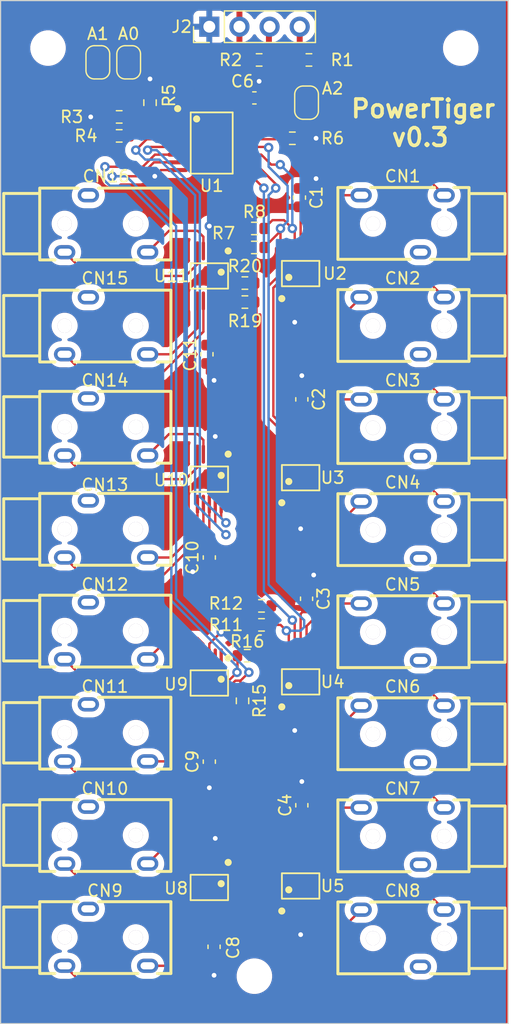
<source format=kicad_pcb>
(kicad_pcb (version 20240108) (generator "pcbnew") (generator_version "8.0")
  (title_block (title "PowerTiger") (rev "0.3"))
  (layers (0 "F.Cu" signal) (31 "B.Cu" signal) (34 "B.Paste" user) (35 "F.Paste" user) (36 "B.SilkS" user "B.Silkscreen") (37 "F.SilkS" user "F.Silkscreen") (38 "B.Mask" user) (39 "F.Mask" user) (44 "Edge.Cuts" user))
  (net 0 "")
  (net 1 "GND")
  (net 2 "+3.3V")
  (net 3 "Trans01a")
  (net 4 "Trans01b")
  (net 5 "Trans03b")
  (net 6 "SDA1")
  (net 7 "Trans03a")
  (net 8 "SCL1")
  (net 9 "Trans02a")
  (net 10 "Trans02b")
  (net 11 "Trans04b")
  (net 12 "Trans04a")
  (net 13 "Trans05b")
  (net 14 "Trans05a")
  (net 15 "Trans06a")
  (net 16 "Trans06b")
  (net 17 "Trans07b")
  (net 18 "Trans07a")
  (net 19 "Trans08b")
  (net 20 "Trans08a")
  (net 21 "SCL0")
  (net 23 "SDA0")
  (net 43 "Trans09a")
  (net 44 "Trans09b")
  (net 45 "Trans10a")
  (net 46 "Trans10b")
  (net 47 "Trans11b")
  (net 48 "Trans11a")
  (net 49 "Trans12b")
  (net 50 "Trans12a")
  (net 51 "Trans13a")
  (net 52 "Trans13b")
  (net 53 "Trans14a")
  (net 54 "Trans14b")
  (net 55 "Trans15a")
  (net 56 "Trans15b")
  (net 57 "Trans16b")
  (net 58 "Trans16a")
  (net 59 "SDA2")
  (net 60 "SCL2")
  (net 61 "SDA3")
  (net 62 "SCL3")
  (net 63 "Net-(A0-A)")
  (net 64 "Net-(A1-A)")
  (net 69 "main_SCL")
  (net 70 "main_SDA")
  (net 71 "Net-(A2-A)")
  (net 72 "Net-(U1-~{RESET})")
  (footprint "easyeda2kicad:AUDIO-TH_PJ-3200" (layer "F.Cu") (at 86.1 43)
    (property "Reference" "CN16")
    (property "Value" "SCT-013" (hide yes))
  )
  (footprint "Capacitor_SMD:C_0603_1608Metric" (layer "F.Cu") (at 98.6 32.4)
    (property "Reference" "C6")
    (property "Value" "10uF" (hide yes))
  )
  (footprint "Resistor_SMD:R_0603_1608Metric" (layer "F.Cu") (at 99.2 76.8 180)
    (property "Reference" "R11")
    (property "Value" "10K" (hide yes))
  )
  (footprint "Capacitor_SMD:C_0603_1608Metric" (layer "F.Cu") (at 94.8 71.125 90)
    (property "Reference" "C10")
    (property "Value" "1uF")
  )
  (footprint "Capacitor_SMD:C_0603_1608Metric" (layer "F.Cu") (at 94.6 54 90)
    (property "Reference" "C11")
    (property "Value" "1uF")
  )
  (footprint "easyeda2kicad:MSOP-10_L3.0-W3.0-P0.50-LS5.0-BL" (layer "F.Cu") (at 102.5 47.2)
    (property "Reference" "U2")
    (property "Value" "ADS1115IDGSR" (hide yes))
  )
  (footprint "MountingHole:MountingHole_2.5mm" (layer "F.Cu") (at 116 28.2)
    (property "Reference" "H2" (hide yes))
    (property "Value" "MountingHole" (hide yes))
  )
  (footprint "Resistor_SMD:R_0603_1608Metric" (layer "F.Cu") (at 98 79.4)
    (property "Reference" "R16")
    (property "Value" "10K" (hide yes))
  )
  (footprint "Resistor_SMD:R_0603_1608Metric" (layer "F.Cu") (at 99 29.2 180)
    (property "Reference" "R2")
    (property "Value" "10K")
  )
  (footprint "easyeda2kicad:MSOP-10_L3.0-W3.0-P0.50-LS5.0-BL" (layer "F.Cu") (at 94.8 47.4 180)
    (property "Reference" "U11")
    (property "Value" "ADS1115IDGSR" (hide yes))
  )
  (footprint "Resistor_SMD:R_0603_1608Metric" (layer "F.Cu") (at 98.6 45 180)
    (property "Reference" "R7")
    (property "Value" "10K" (hide yes))
  )
  (footprint "easyeda2kicad:AUDIO-TH_PJ-3200" (layer "F.Cu") (at 86.1 85.9)
    (property "Reference" "CN11")
    (property "Value" "SCT-013" (hide yes))
  )
  (footprint "Resistor_SMD:R_0603_1608Metric" (layer "F.Cu") (at 87.2 34)
    (property "Reference" "R3")
    (property "Value" "10K")
  )
  (footprint "easyeda2kicad:AUDIO-TH_PJ-3200" (layer "F.Cu") (at 111.1 77.4 180)
    (property "Reference" "CN5")
    (property "Value" "SCT-013" (hide yes))
  )
  (footprint "easyeda2kicad:AUDIO-TH_PJ-3200" (layer "F.Cu") (at 111.1 43 180)
    (property "Reference" "CN1")
    (property "Value" "SCT-013" (hide yes))
  )
  (footprint "Resistor_SMD:R_0603_1608Metric" (layer "F.Cu") (at 97.6 83.2 -90)
    (property "Reference" "R15")
    (property "Value" "10K" (hide yes))
  )
  (footprint "Jumper:SolderJumper-2_P1.3mm_Open_RoundedPad1.0x1.5mm" (layer "F.Cu") (at 85.4 29.4 90)
    (property "Reference" "A1")
    (property "Value" "SolderJumper_2_Open" (hide yes))
  )
  (footprint "MountingHole:MountingHole_2.5mm" (layer "F.Cu") (at 81.2 28.2 90)
    (property "Reference" "H1" (hide yes))
    (property "Value" "MountingHole" (hide yes))
  )
  (footprint "easyeda2kicad:AUDIO-TH_PJ-3200" (layer "F.Cu") (at 86.1 60.125)
    (property "Reference" "CN14")
    (property "Value" "SCT-013" (hide yes))
  )
  (footprint "easyeda2kicad:AUDIO-TH_PJ-3200" (layer "F.Cu") (at 86.1 77.3)
    (property "Reference" "CN12")
    (property "Value" "SCT-013" (hide yes))
  )
  (footprint "MountingHole:MountingHole_2.5mm" (layer "F.Cu") (at 98.6 106.4)
    (property "Reference" "H3" (hide yes))
    (property "Value" "MountingHole" (hide yes))
  )
  (footprint "easyeda2kicad:AUDIO-TH_PJ-3200" (layer "F.Cu") (at 111.1 60.2 180)
    (property "Reference" "CN3")
    (property "Value" "SCT-013" (hide yes))
  )
  (footprint "easyeda2kicad:MSOP-10_L3.0-W3.0-P0.50-LS5.0-BL" (layer "F.Cu") (at 94.8 98.925 180)
    (property "Reference" "U8")
    (property "Value" "ADS1115IDGSR" (hide yes))
  )
  (footprint "easyeda2kicad:MSOP-10_L3.0-W3.0-P0.50-LS5.0-BL" (layer "F.Cu") (at 102.5 81.6)
    (property "Reference" "U4")
    (property "Value" "ADS1115IDGSR" (hide yes))
  )
  (footprint "easyeda2kicad:AUDIO-TH_PJ-3200" (layer "F.Cu") (at 86.1 103.125)
    (property "Reference" "CN9")
    (property "Value" "SCT-013" (hide yes))
  )
  (footprint "Capacitor_SMD:C_0603_1608Metric" (layer "F.Cu") (at 102.4 40.8 -90)
    (property "Reference" "C1")
    (property "Value" "1uF" (hide yes))
  )
  (footprint "easyeda2kicad:MSOP-10_L3.0-W3.0-P0.50-LS5.0-BL" (layer "F.Cu") (at 102.5 64.4)
    (property "Reference" "U3")
    (property "Value" "ADS1115IDGSR")
  )
  (footprint "Resistor_SMD:R_0603_1608Metric" (layer "F.Cu") (at 103.2 29.2)
    (property "Reference" "R1")
    (property "Value" "10K" (hide yes))
  )
  (footprint "easyeda2kicad:AUDIO-TH_PJ-3200" (layer "F.Cu") (at 111.1 103.2 180)
    (property "Reference" "CN8")
    (property "Value" "SCT-013" (hide yes))
  )
  (footprint "easyeda2kicad:MSOP-10_L3.0-W3.0-P0.50-LS5.0-BL" (layer "F.Cu") (at 94.8 81.7 180)
    (property "Reference" "U9")
    (property "Value" "ADS1115IDGSR" (hide yes))
  )
  (footprint "Capacitor_SMD:C_0603_1608Metric" (layer "F.Cu") (at 95.2 103.925 90)
    (property "Reference" "C8")
    (property "Value" "1uF" (hide yes))
  )
  (footprint "Capacitor_SMD:C_0603_1608Metric" (layer "F.Cu") (at 94.8 88.325 90)
    (property "Reference" "C9")
    (property "Value" "1uF")
  )
  (footprint "Jumper:SolderJumper-2_P1.3mm_Open_RoundedPad1.0x1.5mm" (layer "F.Cu") (at 103 32.8 90)
    (property "Reference" "A2")
    (property "Value" "SolderJumper_2_Open" (hide yes))
  )
  (footprint "Resistor_SMD:R_0603_1608Metric" (layer "F.Cu") (at 99.2 75.2 180)
    (property "Reference" "R12")
    (property "Value" "10K" (hide yes))
  )
  (footprint "easyeda2kicad:MSOP-10_L3.0-W3.0-P0.50-LS5.0-BL" (layer "F.Cu") (at 102.5 98.8)
    (property "Reference" "U5")
    (property "Value" "ADS1115IDGSR" (hide yes))
  )
  (footprint "Connector_PinHeader_2.54mm:PinHeader_1x04_P2.54mm_Vertical" (layer "F.Cu") (at 94.8 26.4 90)
    (property "Reference" "J2")
    (property "Value" "Conn_01x04_Pin" (hide yes))
  )
  (footprint "easyeda2kicad:AUDIO-TH_PJ-3200" (layer "F.Cu") (at 86.1 68.725)
    (property "Reference" "CN13")
    (property "Value" "SCT-013" (hide yes))
  )
  (footprint "easyeda2kicad:TSSOP-16_L5.0-W4.4-P0.65-LS6.4-BL" (layer "F.Cu") (at 95 36.2 -90)
    (property "Reference" "U1")
    (property "Value" "PCA9546APWR" (hide yes))
  )
  (footprint "Capacitor_SMD:C_0603_1608Metric" (layer "F.Cu") (at 102.6 57.8 -90)
    (property "Reference" "C2")
    (property "Value" "1uF" (hide yes))
  )
  (footprint "Resistor_SMD:R_0603_1608Metric" (layer "F.Cu") (at 101.8 35.8)
    (property "Reference" "R6")
    (property "Value" "10K")
  )
  (footprint "easyeda2kicad:AUDIO-TH_PJ-3200" (layer "F.Cu") (at 111.1 86 180)
    (property "Reference" "CN6")
    (property "Value" "SCT-013" (hide yes))
  )
  (footprint "Resistor_SMD:R_0603_1608Metric" (layer "F.Cu") (at 87.2 35.6 180)
    (property "Reference" "R4")
    (property "Value" "10K")
  )
  (footprint "Resistor_SMD:R_0603_1608Metric" (layer "F.Cu") (at 97.8 49.6)
    (property "Reference" "R19")
    (property "Value" "10K" (hide yes))
  )
  (footprint "Resistor_SMD:R_0603_1608Metric" (layer "F.Cu") (at 98.6 43.4 180)
    (property "Reference" "R8")
    (property "Value" "10K" (hide yes))
  )
  (footprint "Capacitor_SMD:C_0603_1608Metric" (layer "F.Cu") (at 102.6 92 -90)
    (property "Reference" "C4")
    (property "Value" "1uF" (hide yes))
  )
  (footprint "easyeda2kicad:AUDIO-TH_PJ-3200" (layer "F.Cu") (at 86.1 94.525)
    (property "Reference" "CN10")
    (property "Value" "SCT-013" (hide yes))
  )
  (footprint "easyeda2kicad:AUDIO-TH_PJ-3200" (layer "F.Cu") (at 86.1 51.6)
    (property "Reference" "CN15")
    (property "Value" "SCT-013" (hide yes))
  )
  (footprint "Capacitor_SMD:C_0603_1608Metric" (layer "F.Cu") (at 103 74.6 -90)
    (property "Reference" "C3")
    (property "Value" "1uF" (hide yes))
  )
  (footprint "Resistor_SMD:R_0603_1608Metric" (layer "F.Cu") (at 97.8 48)
    (property "Reference" "R20")
    (property "Value" "10K" (hide yes))
  )
  (footprint "easyeda2kicad:MSOP-10_L3.0-W3.0-P0.50-LS5.0-BL" (layer "F.Cu") (at 94.8 64.525 180)
    (property "Reference" "U10")
    (property "Value" "ADS1115IDGSR" (hide yes))
  )
  (footprint "easyeda2kicad:AUDIO-TH_PJ-3200" (layer "F.Cu") (at 111.1 51.6 180)
    (property "Reference" "CN2")
    (property "Value" "SCT-013" (hide yes))
  )
  (footprint "Jumper:SolderJumper-2_P1.3mm_Open_RoundedPad1.0x1.5mm" (layer "F.Cu") (at 88 29.4 90)
    (property "Reference" "A0")
    (property "Value" "SolderJumper_2_Open" (hide yes))
  )
  (footprint "easyeda2kicad:AUDIO-TH_PJ-3200" (layer "F.Cu") (at 111.1 94.6 180)
    (property "Reference" "CN7")
    (property "Value" "SCT-013" (hide yes))
  )
  (footprint "easyeda2kicad:AUDIO-TH_PJ-3200" (layer "F.Cu") (at 111.1 68.8 180)
    (property "Reference" "CN4")
    (property "Value" "SCT-013" (hide yes))
  )
  (footprint "Resistor_SMD:R_0603_1608Metric" (layer "F.Cu") (at 89.8 32.8 90)
    (property "Reference" "R5")
    (property "Value" "10K" (hide yes))
  )
  (gr_rect (start 77.2 24.2) (end 120 110.4) (stroke (width 0.1)) (fill none) (layer "Edge.Cuts"))
  (gr_text "PowerTiger \n   v0.3" (at 106.6 36.6 0) (layer "F.SilkS") (effects (font (size 1.5 1.5) (thickness 0.3) (bold yes)) (justify left bottom)))
  (segment (start 95.2 104.7) (end 95.2 106.325) (width 0.2) (layer "F.Cu") (net 1))
  (segment (start 101.5 50.8) (end 101.5 49.31) (width 0.2) (layer "F.Cu") (net 1))
  (segment (start 95.3 60.925) (end 95.8 61.425) (width 0.2) (layer "F.Cu") (net 1))
  (segment (start 102 85.7) (end 102.5 85.2) (width 0.2) (layer "F.Cu") (net 1))
  (segment (start 95.3 60.925) (end 94.8 61.425) (width 0.2) (layer "F.Cu") (net 1))
  (segment (start 93.4 72.325) (end 93.825 71.9) (width 0.2) (layer "F.Cu") (net 1))
  (segment (start 95.8 61.425) (end 95.8 62.415) (width 0.2) (layer "F.Cu") (net 1))
  (segment (start 86.375 34) (end 84.8 34) (width 0.5) (layer "F.Cu") (net 1))
  (segment (start 102.5 50.8) (end 102.5 49.31) (width 0.2) (layer "F.Cu") (net 1))
  (segment (start 103 73.6) (end 103 73.825) (width 0.2) (layer "F.Cu") (net 1))
  (segment (start 103.6 73) (end 103 73.6) (width 0.2) (layer "F.Cu") (net 1))
  (segment (start 102.5 85.2) (end 102.5 83.71) (width 0.2) (layer "F.Cu") (net 1))
  (segment (start 102.6 90) (end 102.6 91.225) (width 0.2) (layer "F.Cu") (net 1))
  (segment (start 94.8 78.4) (end 94.8 79.59) (width 0.2) (layer "F.Cu") (net 1))
  (segment (start 102.625 35.8) (end 103.8 35.8) (width 0.2) (layer "F.Cu") (net 1))
  (segment (start 94.6 55.6) (end 95.2 56.2) (width 0.2) (layer "F.Cu") (net 1))
  (segment (start 102.5 68.7) (end 102.5 66.51) (width 0.2) (layer "F.Cu") (net 1))
  (segment (start 101.5 85.2) (end 101.5 83.71) (width 0.2) (layer "F.Cu") (net 1))
  (segment (start 102 85.7) (end 101.5 85.2) (width 0.2) (layer "F.Cu") (net 1))
  (segment (start 94.8 95.29) (end 94.8 96.815) (width 0.2) (layer "F.Cu") (net 1))
  (segment (start 94.6 54.775) (end 94.6 55.6) (width 0.2) (layer "F.Cu") (net 1))
  (segment (start 95.8 77.4) (end 94.8 78.4) (width 0.2) (layer "F.Cu") (net 1))
  (segment (start 103.8 39.2) (end 103.225 39.2) (width 0.2) (layer "F.Cu") (net 1))
  (segment (start 103.6 72.6) (end 103.6 73) (width 0.2) (layer "F.Cu") (net 1))
  (segment (start 94.8 61.425) (end 94.8 62.415) (width 0.2) (layer "F.Cu") (net 1))
  (segment (start 90.72 38.48) (end 90.2 39) (width 0.2) (layer "F.Cu") (net 1))
  (segment (start 95.3 94.79) (end 94.8 95.29) (width 0.2) (layer "F.Cu") (net 1))
  (segment (start 95.8 95.29) (end 95.8 96.815) (width 0.2) (layer "F.Cu") (net 1))
  (segment (start 103.225 39.2) (end 102.4 40.025) (width 0.2) (layer "F.Cu") (net 1))
  (segment (start 102.5 102.9) (end 102.5 100.91) (width 0.2) (layer "F.Cu") (net 1))
  (segment (start 102.6 55.8) (end 102.6 57.025) (width 0.2) (layer "F.Cu") (net 1))
  (segment (start 89.8 30.8) (end 89.8 31.975) (width 0.5) (layer "F.Cu") (net 1))
  (segment (start 95.3 94.79) (end 95.8 95.29) (width 0.2) (layer "F.Cu") (net 1))
  (segment (start 102 51.3) (end 101.5 50.8) (width 0.2) (layer "F.Cu") (net 1))
  (segment (start 93.825 71.9) (end 94.8 71.9) (width 0.2) (layer "F.Cu") (net 1))
  (segment (start 94.8 90.525) (end 94.8 89.1) (width 0.2) (layer "F.Cu") (net 1))
  (segment (start 99.375 31.375) (end 99 31) (width 0.2) (layer "F.Cu") (net 1))
  (segment (start 92.13 38.48) (end 90.72 38.48) (width 0.2) (layer "F.Cu") (net 1))
  (segment (start 102 51.3) (end 102.5 50.8) (width 0.2) (layer "F.Cu") (net 1))
  (segment (start 99.375 32.4) (end 99.375 31.375) (width 0.2) (layer "F.Cu") (net 1))
  (segment (start 94.8 43.2) (end 94.8 45.29) (width 0.2) (layer "F.Cu") (net 1))
  (via (at 95.2 56.2) (size 0.8) (drill 0.4) (layers "F.Cu" "B.Cu") (net 1))
  (via (at 94.8 90.525) (size 0.8) (drill 0.4) (layers "F.Cu" "B.Cu") (net 1))
  (via (at 103.8 35.8) (size 0.8) (drill 0.4) (layers "F.Cu" "B.Cu") (net 1))
  (via (at 103.6 72.6) (size 0.8) (drill 0.4) (layers "F.Cu" "B.Cu") (net 1))
  (via (at 95.3 60.925) (size 0.8) (drill 0.4) (layers "F.Cu" "B.Cu") (net 1))
  (via (at 93.4 72.325) (size 0.8) (drill 0.4) (layers "F.Cu" "B.Cu") (net 1))
  (via (at 95.2 106.325) (size 0.8) (drill 0.4) (layers "F.Cu" "B.Cu") (net 1))
  (via (at 99 31) (size 0.8) (drill 0.4) (layers "F.Cu" "B.Cu") (net 1))
  (via (at 102.6 55.8) (size 0.8) (drill 0.4) (layers "F.Cu" "B.Cu") (net 1))
  (via (at 84.8 34) (size 0.8) (drill 0.4) (layers "F.Cu" "B.Cu") (net 1))
  (via (at 95.3 94.79) (size 0.8) (drill 0.4) (layers "F.Cu" "B.Cu") (net 1))
  (via (at 94.8 43.2) (size 0.8) (drill 0.4) (layers "F.Cu" "B.Cu") (net 1))
  (via (at 95.8 77.4) (size 0.8) (drill 0.4) (layers "F.Cu" "B.Cu") (net 1))
  (via (at 102.6 90) (size 0.8) (drill 0.4) (layers "F.Cu" "B.Cu") (net 1))
  (via (at 103.8 39.2) (size 0.8) (drill 0.4) (layers "F.Cu" "B.Cu") (net 1))
  (via (at 102.5 102.9) (size 0.8) (drill 0.4) (layers "F.Cu" "B.Cu") (net 1))
  (via (at 102.5 68.7) (size 0.8) (drill 0.4) (layers "F.Cu" "B.Cu") (net 1))
  (via (at 90.2 39) (size 0.8) (drill 0.4) (layers "F.Cu" "B.Cu") (net 1))
  (via (at 102 51.3) (size 0.8) (drill 0.4) (layers "F.Cu" "B.Cu") (net 1))
  (via (at 102 85.7) (size 0.8) (drill 0.4) (layers "F.Cu" "B.Cu") (net 1))
  (via (at 89.8 30.8) (size 0.8) (drill 0.4) (layers "F.Cu" "B.Cu") (net 1))
  (segment (start 101.5 99.3) (end 102.5 98.3) (width 0.2) (layer "F.Cu") (net 2))
  (segment (start 102.5 98.3) (end 102.5 96.69) (width 0.2) (layer "F.Cu") (net 2))
  (segment (start 95.8 45.29) (end 95.8 46.8) (width 0.2) (layer "F.Cu") (net 2))
  (segment (start 102.5 79.49) (end 102.5 75.875) (width 0.2) (layer "F.Cu") (net 2))
  (segment (start 95.8 81.125) (end 94.8 82.125) (width 0.2) (layer "F.Cu") (net 2))
  (segment (start 94.8 49.51) (end 94.8 53.025) (width 0.2) (layer "F.Cu") (net 2))
  (segment (start 94.8 66.635) (end 94.8 70.35) (width 0.2) (layer "F.Cu") (net 2))
  (segment (start 102.5 58.675) (end 102.6 58.575) (width 0.2) (layer "F.Cu") (net 2))
  (segment (start 94.8 102.75) (end 95.2 103.15) (width 0.2) (layer "F.Cu") (net 2))
  (segment (start 94.8 101.035) (end 94.8 102.75) (width 0.2) (layer "F.Cu") (net 2))
  (segment (start 101.5 64.9) (end 102.5 63.9) (width 0.2) (layer "F.Cu") (net 2))
  (segment (start 102.5 96.69) (end 102.5 92.875) (width 0.2) (layer "F.Cu") (net 2))
  (segment (start 102.5 45.09) (end 102.5 41.675) (width 0.2) (layer "F.Cu") (net 2))
  (segment (start 101.5 100.91) (end 101.5 99.3) (width 0.2) (layer "F.Cu") (net 2))
  (segment (start 102.5 63.9) (end 102.5 62.29) (width 0.2) (layer "F.Cu") (net 2))
  (segment (start 101.5 66.51) (end 101.5 64.9) (width 0.2) (layer "F.Cu") (net 2))
  (segment (start 94.8 47.8) (end 94.8 49.51) (width 0.2) (layer "F.Cu") (net 2))
  (segment (start 102.5 41.675) (end 102.4 41.575) (width 0.2) (layer "F.Cu") (net 2))
  (segment (start 95.8 46.8) (end 94.8 47.8) (width 0.2) (layer "F.Cu") (net 2))
  (segment (start 102.5 92.875) (end 102.6 92.775) (width 0.2) (layer "F.Cu") (net 2))
  (segment (start 94.8 83.81) (end 94.8 87.55) (width 0.2) (layer "F.Cu") (net 2))
  (segment (start 94.8 53.025) (end 94.6 53.225) (width 0.2) (layer "F.Cu") (net 2))
  (segment (start 94.8 82.125) (end 94.8 83.81) (width 0.2) (layer "F.Cu") (net 2))
  (segment (start 102.5 62.29) (end 102.5 58.675) (width 0.2) (layer "F.Cu") (net 2))
  (segment (start 102.5 75.875) (end 103 75.375) (width 0.2) (layer "F.Cu") (net 2))
  (segment (start 95.8 79.59) (end 95.8 81.125) (width 0.2) (layer "F.Cu") (net 2))
  (segment (start 103 49.31) (end 103 50.6) (width 0.2) (layer "F.Cu") (net 3))
  (segment (start 103.4 51) (end 105.8 51) (width 0.2) (layer "F.Cu") (net 3))
  (segment (start 103 50.6) (end 103.4 51) (width 0.2) (layer "F.Cu") (net 3))
  (segment (start 105.8 51) (end 107.6 49.2) (width 0.2) (layer "F.Cu") (net 3))
  (segment (start 112.6 47.2) (end 114.6 49.2) (width 0.2) (layer "F.Cu") (net 4))
  (segment (start 103.5 49.31) (end 103.5 48.3) (width 0.2) (layer "F.Cu") (net 4))
  (segment (start 103.5 48.3) (end 104.6 47.2) (width 0.2) (layer "F.Cu") (net 4))
  (segment (start 104.6 47.2) (end 112.6 47.2) (width 0.2) (layer "F.Cu") (net 4))
  (segment (start 103.5 65.5) (end 104.6 64.4) (width 0.2) (layer "F.Cu") (net 5))
  (segment (start 112.6 64.4) (end 114.6 66.4) (width 0.2) (layer "F.Cu") (net 5))
  (segment (start 103.5 66.51) (end 103.5 65.5) (width 0.2) (layer "F.Cu") (net 5))
  (segment (start 104.6 64.4) (end 112.6 64.4) (width 0.2) (layer "F.Cu") (net 5))
  (segment (start 90.20995 37.18) (end 89.18995 38.2) (width 0.2) (layer "F.Cu") (net 6))
  (segment (start 97 97.925) (end 95.3 99.625) (width 0.2) (layer "F.Cu") (net 6))
  (segment (start 95.3 83.81) (end 95.3 84.990686) (width 0.2) (layer "F.Cu") (net 6))
  (segment (start 97.175 79.4) (end 97.175 80.759314) (width 0.2) (layer "F.Cu") (net 6))
  (segment (start 89.18995 38.2) (end 86 38.2) (width 0.2) (layer "F.Cu") (net 6))
  (segment (start 97.134314 80.8) (end 95.3 82.634314) (width 0.2) (layer "F.Cu") (net 6))
  (segment (start 95.3 99.625) (end 95.3 101.035) (width 0.2) (layer "F.Cu") (net 6))
  (segment (start 97 86.690686) (end 97 97.925) (width 0.2) (layer "F.Cu") (net 6))
  (segment (start 97.175 80.759314) (end 97.134314 80.8) (width 0.2) (layer "F.Cu") (net 6))
  (segment (start 95.3 84.990686) (end 97 86.690686) (width 0.2) (layer "F.Cu") (net 6))
  (segment (start 95.3 82.634314) (end 95.3 83.81) (width 0.2) (layer "F.Cu") (net 6))
  (segment (start 92.13 37.18) (end 90.20995 37.18) (width 0.2) (layer "F.Cu") (net 6))
  (via (at 86 38.2) (size 0.8) (drill 0.4) (layers "F.Cu" "B.Cu") (net 6))
  (via (at 97.134314 80.8) (size 0.8) (drill 0.4) (layers "F.Cu" "B.Cu") (net 6))
  (segment (start 91.6 74.765686) (end 91.6 43.365686) (width 0.2) (layer "B.Cu") (net 6))
  (segment (start 91.6 43.365686) (end 88.034314 39.8) (width 0.2) (layer "B.Cu") (net 6))
  (segment (start 85.9 39.28995) (end 85.9 38.3) (width 0.2) (layer "B.Cu") (net 6))
  (segment (start 97.134314 80.3) (end 91.6 74.765686) (width 0.2) (layer "B.Cu") (net 6))
  (segment (start 85.9 38.3) (end 86 38.2) (width 0.2) (layer "B.Cu") (net 6))
  (segment (start 86.41005 39.8) (end 85.9 39.28995) (width 0.2) (layer "B.Cu") (net 6))
  (segment (start 97.134314 80.8) (end 97.134314 80.3) (width 0.2) (layer "B.Cu") (net 6))
  (segment (start 88.034314 39.8) (end 86.41005 39.8) (width 0.2) (layer "B.Cu") (net 6))
  (segment (start 103 66.51) (end 103 67.8) (width 0.2) (layer "F.Cu") (net 7))
  (segment (start 105.8 68.2) (end 107.6 66.4) (width 0.2) (layer "F.Cu") (net 7))
  (segment (start 103 67.8) (end 103.4 68.2) (width 0.2) (layer "F.Cu") (net 7))
  (segment (start 103.4 68.2) (end 105.8 68.2) (width 0.2) (layer "F.Cu") (net 7))
  (segment (start 88.955636 39) (end 90.125636 37.83) (width 0.2) (layer "F.Cu") (net 8))
  (segment (start 95.8 83.81) (end 95.8 84.925) (width 0.2) (layer "F.Cu") (net 8))
  (segment (start 97 81.5) (end 95.8 82.7) (width 0.2) (layer "F.Cu") (net 8))
  (segment (start 97.424264 82.199264) (end 97.6 82.375) (width 0.2) (layer "F.Cu") (net 8))
  (segment (start 97.434317 81.5) (end 97 81.5) (width 0.2) (layer "F.Cu") (net 8))
  (segment (start 97.424264 81.510053) (end 97.424264 82.199264) (width 0.2) (layer "F.Cu") (net 8))
  (segment (start 97.4 86.525) (end 97.4 98.090686) (width 0.2) (layer "F.Cu") (net 8))
  (segment (start 95.8 99.690686) (end 95.8 101.035) (width 0.2) (layer "F.Cu") (net 8))
  (segment (start 95.8 82.7) (end 95.8 83.81) (width 0.2) (layer "F.Cu") (net 8))
  (segment (start 97.4 98.090686) (end 95.8 99.690686) (width 0.2) (layer "F.Cu") (net 8))
  (segment (start 95.8 84.925) (end 97.4 86.525) (width 0.2) (layer "F.Cu") (net 8))
  (segment (start 86.6 39) (end 88.955636 39) (width 0.2) (layer "F.Cu") (net 8))
  (segment (start 90.125636 37.83) (end 92.13 37.83) (width 0.2) (layer "F.Cu") (net 8))
  (segment (start 98.134317 80.8) (end 97.424264 81.510053) (width 0.2) (layer "F.Cu") (net 8))
  (via (at 86.6 39) (size 0.8) (drill 0.4) (layers "F.Cu" "B.Cu") (net 8))
  (via (at 98.134317 80.8) (size 0.8) (drill 0.4) (layers "F.Cu" "B.Cu") (net 8))
  (segment (start 92 74.6) (end 98.134317 80.734317) (width 0.2) (layer "B.Cu") (net 8))
  (segment (start 86.6 39) (end 87.8 39) (width 0.2) (layer "B.Cu") (net 8))
  (segment (start 92 43.2) (end 92 74.6) (width 0.2) (layer "B.Cu") (net 8))
  (segment (start 87.8 39) (end 92 43.2) (width 0.2) (layer "B.Cu") (net 8))
  (segment (start 98.134317 80.734317) (end 98.134317 80.8) (width 0.2) (layer "B.Cu") (net 8))
  (segment (start 106.5 39) (end 113 39) (width 0.2) (layer "F.Cu") (net 9))
  (segment (start 113 39) (end 114.6 40.6) (width 0.2) (layer "F.Cu") (net 9))
  (segment (start 103 42.5) (end 106.5 39) (width 0.2) (layer "F.Cu") (net 9))
  (segment (start 103 45.09) (end 103 42.5) (width 0.2) (layer "F.Cu") (net 9))
  (segment (start 103.5 45.09) (end 103.5 42.8) (width 0.2) (layer "F.Cu") (net 10))
  (segment (start 103.5 42.8) (end 105.7 40.6) (width 0.2) (layer "F.Cu") (net 10))
  (segment (start 105.7 40.6) (end 107.6 40.6) (width 0.2) (layer "F.Cu") (net 10))
  (segment (start 105.7 57.8) (end 107.6 57.8) (width 0.2) (layer "F.Cu") (net 11))
  (segment (start 103.5 62.29) (end 103.5 60) (width 0.2) (layer "F.Cu") (net 11))
  (segment (start 103.5 60) (end 105.7 57.8) (width 0.2) (layer "F.Cu") (net 11))
  (segment (start 106.5 56.2) (end 113 56.2) (width 0.2) (layer "F.Cu") (net 12))
  (segment (start 113 56.2) (end 114.6 57.8) (width 0.2) (layer "F.Cu") (net 12))
  (segment (start 103 59.7) (end 106.5 56.2) (width 0.2) (layer "F.Cu") (net 12))
  (segment (start 103 62.29) (end 103 59.7) (width 0.2) (layer "F.Cu") (net 12))
  (segment (start 104.6 81.6) (end 112.6 81.6) (width 0.2) (layer "F.Cu") (net 13))
  (segment (start 103.5 83.71) (end 103.5 82.7) (width 0.2) (layer "F.Cu") (net 13))
  (segment (start 112.6 81.6) (end 114.6 83.6) (width 0.2) (layer "F.Cu") (net 13))
  (segment (start 103.5 82.7) (end 104.6 81.6) (width 0.2) (layer "F.Cu") (net 13))
  (segment (start 103.4 85.4) (end 105.8 85.4) (width 0.2) (layer "F.Cu") (net 14))
  (segment (start 103 83.71) (end 103 85) (width 0.2) (layer "F.Cu") (net 14))
  (segment (start 105.8 85.4) (end 107.6 83.6) (width 0.2) (layer "F.Cu") (net 14))
  (segment (start 103 85) (end 103.4 85.4) (width 0.2) (layer "F.Cu") (net 14))
  (segment (start 113 73.4) (end 114.6 75) (width 0.2) (layer "F.Cu") (net 15))
  (segment (start 103 79.49) (end 103 76.9) (width 0.2) (layer "F.Cu") (net 15))
  (segment (start 103 76.9) (end 106.5 73.4) (width 0.2) (layer "F.Cu") (net 15))
  (segment (start 106.5 73.4) (end 113 73.4) (width 0.2) (layer "F.Cu") (net 15))
  (segment (start 103.5 79.49) (end 103.5 77.2) (width 0.2) (layer "F.Cu") (net 16))
  (segment (start 105.7 75) (end 107.6 75) (width 0.2) (layer "F.Cu") (net 16))
  (segment (start 103.5 77.2) (end 105.7 75) (width 0.2) (layer "F.Cu") (net 16))
  (segment (start 103.5 100.91) (end 103.5 99.9) (width 0.2) (layer "F.Cu") (net 17))
  (segment (start 103.5 99.9) (end 104.6 98.8) (width 0.2) (layer "F.Cu") (net 17))
  (segment (start 112.6 98.8) (end 114.6 100.8) (width 0.2) (layer "F.Cu") (net 17))
  (segment (start 104.6 98.8) (end 112.6 98.8) (width 0.2) (layer "F.Cu") (net 17))
  (segment (start 103 100.91) (end 103 102.2) (width 0.2) (layer "F.Cu") (net 18))
  (segment (start 103 102.2) (end 103.4 102.6) (width 0.2) (layer "F.Cu") (net 18))
  (segment (start 103.4 102.6) (end 105.8 102.6) (width 0.2) (layer "F.Cu") (net 18))
  (segment (start 105.8 102.6) (end 107.6 100.8) (width 0.2) (layer "F.Cu") (net 18))
  (segment (start 103.5 94.4) (end 105.7 92.2) (width 0.2) (layer "F.Cu") (net 19))
  (segment (start 105.7 92.2) (end 107.6 92.2) (width 0.2) (layer "F.Cu") (net 19))
  (segment (start 103.5 96.69) (end 103.5 94.4) (width 0.2) (layer "F.Cu") (net 19))
  (segment (start 103 94.1) (end 106.5 90.6) (width 0.2) (layer "F.Cu") (net 20))
  (segment (start 103 96.69) (end 103 94.1) (width 0.2) (layer "F.Cu") (net 20))
  (segment (start 113 90.6) (end 114.6 92.2) (width 0.2) (layer "F.Cu") (net 20))
  (segment (start 106.5 90.6) (end 113 90.6) (width 0.2) (layer "F.Cu") (net 20))
  (segment (start 95.8 50.834314) (end 97.4 52.434314) (width 0.2) (layer "F.Cu") (net 21))
  (segment (start 96.885 49.51) (end 96.975 49.6) (width 0.2) (layer "F.Cu") (net 21))
  (segment (start 95.8 65.365686) (end 95.8 66.635) (width 0.2) (layer "F.Cu") (net 21))
  (segment (start 95.8 67.799997) (end 96.2 68.199997) (width 0.2) (layer "F.Cu") (net 21))
  (segment (start 97.4 52.434314) (end 97.4 63.765685) (width 0.2) (layer "F.Cu") (net 21))
  (segment (start 95.8 66.635) (end 95.8 67.799997) (width 0.2) (layer "F.Cu") (net 21))
  (segment (start 95.8 49.51) (end 95.8 50.834314) (width 0.2) (layer "F.Cu") (net 21))
  (segment (start 89.6 36.8) (end 89.87 36.53) (width 0.2) (layer "F.Cu") (net 21))
  (segment (start 89.87 36.53) (end 92.13 36.53) (width 0.2) (layer "F.Cu") (net 21))
  (segment (start 97.165685 64) (end 95.8 65.365686) (width 0.2) (layer "F.Cu") (net 21))
  (segment (start 97.4 63.765685) (end 97.165685 64) (width 0.2) (layer "F.Cu") (net 21))
  (segment (start 95.8 49.51) (end 96.885 49.51) (width 0.2) (layer "F.Cu") (net 21))
  (via (at 96.2 68.199997) (size 0.8) (drill 0.4) (layers "F.Cu" "B.Cu") (net 21))
  (via (at 89.6 36.8) (size 0.8) (drill 0.4) (layers "F.Cu" "B.Cu") (net 21))
  (segment (start 94.8 66.8) (end 94.800003 66.8) (width 0.2) (layer "B.Cu") (net 21))
  (segment (start 94 66) (end 94.8 66.8) (width 0.2) (layer "B.Cu") (net 21))
  (segment (start 94 40.434314) (end 94 66) (width 0.2) (layer "B.Cu") (net 21))
  (segment (start 90.365686 36.8) (end 94 40.434314) (width 0.2) (layer "B.Cu") (net 21))
  (segment (start 94.800003 66.8) (end 96.2 68.199997) (width 0.2) (layer "B.Cu") (net 21))
  (segment (start 89.6 36.8) (end 90.365686 36.8) (width 0.2) (layer "B.Cu") (net 21))
  (segment (start 95.8 48) (end 96.975 48) (width 0.2) (layer "F.Cu") (net 23))
  (segment (start 95.3 48.5) (end 95.8 48) (width 0.2) (layer "F.Cu") (net 23))
  (segment (start 92.13 35.88) (end 89.52 35.88) (width 0.2) (layer "F.Cu") (net 23))
  (segment (start 95.3 49.51) (end 95.3 48.5) (width 0.2) (layer "F.Cu") (net 23))
  (segment (start 89.52 35.88) (end 88.6 36.8) (width 0.2) (layer "F.Cu") (net 23))
  (segment (start 95.3 66.635) (end 95.3 65.3) (width 0.2) (layer "F.Cu") (net 23))
  (segment (start 95.3 65.3) (end 97 63.6) (width 0.2) (layer "F.Cu") (net 23))
  (segment (start 96.2 69.2) (end 95.3 68.3) (width 0.2) (layer "F.Cu") (net 23))
  (segment (start 95.3 68.3) (end 95.3 66.635) (width 0.2) (layer "F.Cu") (net 23))
  (segment (start 97 52.6) (end 95.3 50.9) (width 0.2) (layer "F.Cu") (net 23))
  (segment (start 95.3 50.9) (end 95.3 49.51) (width 0.2) (layer "F.Cu") (net 23))
  (segment (start 97 63.6) (end 97 52.6) (width 0.2) (layer "F.Cu") (net 23))
  (via (at 96.2 69.2) (size 0.8) (drill 0.4) (layers "F.Cu" "B.Cu") (net 23))
  (via (at 88.6 36.8) (size 0.8) (drill 0.4) (layers "F.Cu" "B.Cu") (net 23))
  (segment (start 88.6 36.8) (end 89.4 37.6) (width 0.2) (layer "B.Cu") (net 23))
  (segment (start 93.6 66.6) (end 96.2 69.2) (width 0.2) (layer "B.Cu") (net 23))
  (segment (start 89.4 37.6) (end 90.6 37.6) (width 0.2) (layer "B.Cu") (net 23))
  (segment (start 90.6 37.6) (end 93.6 40.6) (width 0.2) (layer "B.Cu") (net 23))
  (segment (start 93.6 40.6) (end 93.6 66.6) (width 0.2) (layer "B.Cu") (net 23))
  (segment (start 91.4 95.125) (end 89.6 96.925) (width 0.2) (layer "F.Cu") (net 43))
  (segment (start 94.3 96.815) (end 94.3 95.625) (width 0.2) (layer "F.Cu") (net 43))
  (segment (start 93.8 95.125) (end 91.4 95.125) (width 0.2) (layer "F.Cu") (net 43))
  (segment (start 94.3 95.625) (end 93.8 95.125) (width 0.2) (layer "F.Cu") (net 43))
  (segment (start 92.8 98.925) (end 84.6 98.925) (width 0.2) (layer "F.Cu") (net 44))
  (segment (start 93.8 97.925) (end 92.8 98.925) (width 0.2) (layer "F.Cu") (net 44))
  (segment (start 93.8 96.815) (end 93.8 97.925) (width 0.2) (layer "F.Cu") (net 44))
  (segment (start 84.6 98.925) (end 82.6 96.925) (width 0.2) (layer "F.Cu") (net 44))
  (segment (start 90.8 107.125) (end 84.2 107.125) (width 0.2) (layer "F.Cu") (net 45))
  (segment (start 94.3 103.625) (end 90.8 107.125) (width 0.2) (layer "F.Cu") (net 45))
  (segment (start 84.2 107.125) (end 82.6 105.525) (width 0.2) (layer "F.Cu") (net 45))
  (segment (start 94.3 101.035) (end 94.3 103.625) (width 0.2) (layer "F.Cu") (net 45))
  (segment (start 93.8 101.035) (end 93.8 103.325) (width 0.2) (layer "F.Cu") (net 46))
  (segment (start 93.8 103.325) (end 91.6 105.525) (width 0.2) (layer "F.Cu") (net 46))
  (segment (start 91.6 105.525) (end 89.6 105.525) (width 0.2) (layer "F.Cu") (net 46))
  (segment (start 92.8 81.7) (end 84.6 81.7) (width 0.2) (layer "F.Cu") (net 47))
  (segment (start 84.6 81.7) (end 82.6 79.7) (width 0.2) (layer "F.Cu") (net 47))
  (segment (start 93.8 79.59) (end 93.8 80.7) (width 0.2) (layer "F.Cu") (net 47))
  (segment (start 93.8 80.7) (end 92.8 81.7) (width 0.2) (layer "F.Cu") (net 47))
  (segment (start 93.8 77.9) (end 91.4 77.9) (width 0.2) (layer "F.Cu") (net 48))
  (segment (start 94.3 79.59) (end 94.3 78.4) (width 0.2) (layer "F.Cu") (net 48))
  (segment (start 91.4 77.9) (end 89.6 79.7) (width 0.2) (layer "F.Cu") (net 48))
  (segment (start 94.3 78.4) (end 93.8 77.9) (width 0.2) (layer "F.Cu") (net 48))
  (segment (start 93.8 83.81) (end 93.8 86.1) (width 0.2) (layer "F.Cu") (net 49))
  (segment (start 91.6 88.3) (end 89.6 88.3) (width 0.2) (layer "F.Cu") (net 49))
  (segment (start 93.8 86.1) (end 91.6 88.3) (width 0.2) (layer "F.Cu") (net 49))
  (segment (start 90.8 89.9) (end 84.2 89.9) (width 0.2) (layer "F.Cu") (net 50))
  (segment (start 94.3 83.81) (end 94.3 86.4) (width 0.2) (layer "F.Cu") (net 50))
  (segment (start 94.3 86.4) (end 90.8 89.9) (width 0.2) (layer "F.Cu") (net 50))
  (segment (start 84.2 89.9) (end 82.6 88.3) (width 0.2) (layer "F.Cu") (net 50))
  (segment (start 94.3 61.225) (end 93.8 60.725) (width 0.2) (layer "F.Cu") (net 51))
  (segment (start 94.3 62.415) (end 94.3 61.225) (width 0.2) (layer "F.Cu") (net 51))
  (segment (start 91.4 60.725) (end 89.6 62.525) (width 0.2) (layer "F.Cu") (net 51))
  (segment (start 93.8 60.725) (end 91.4 60.725) (width 0.2) (layer "F.Cu") (net 51))
  (segment (start 93.8 63.525) (end 92.8 64.525) (width 0.2) (layer "F.Cu") (net 52))
  (segment (start 92.8 64.525) (end 84.6 64.525) (width 0.2) (layer "F.Cu") (net 52))
  (segment (start 84.6 64.525) (end 82.6 62.525) (width 0.2) (layer "F.Cu") (net 52))
  (segment (start 93.8 62.415) (end 93.8 63.525) (width 0.2) (layer "F.Cu") (net 52))
  (segment (start 94.3 66.635) (end 94.3 69.225) (width 0.2) (layer "F.Cu") (net 53))
  (segment (start 84.2 72.725) (end 82.6 71.125) (width 0.2) (layer "F.Cu") (net 53))
  (segment (start 94.3 69.225) (end 90.8 72.725) (width 0.2) (layer "F.Cu") (net 53))
  (segment (start 90.8 72.725) (end 84.2 72.725) (width 0.2) (layer "F.Cu") (net 53))
  (segment (start 93.8 66.635) (end 93.8 68.925) (width 0.2) (layer "F.Cu") (net 54))
  (segment (start 93.8 68.925) (end 91.6 71.125) (width 0.2) (layer "F.Cu") (net 54))
  (segment (start 91.6 71.125) (end 89.6 71.125) (width 0.2) (layer "F.Cu") (net 54))
  (segment (start 94.3 45.29) (end 94.3 44.1) (width 0.2) (layer "F.Cu") (net 55))
  (segment (start 93.8 43.6) (end 91.4 43.6) (width 0.2) (layer "F.Cu") (net 55))
  (segment (start 94.3 44.1) (end 93.8 43.6) (width 0.2) (layer "F.Cu") (net 55))
  (segment (start 91.4 43.6) (end 89.6 45.4) (width 0.2) (layer "F.Cu") (net 55))
  (segment (start 92.8 47.4) (end 84.6 47.4) (width 0.2) (layer "F.Cu") (net 56))
  (segment (start 93.8 45.29) (end 93.8 46.4) (width 0.2) (layer "F.Cu") (net 56))
  (segment (start 84.6 47.4) (end 82.6 45.4) (width 0.2) (layer "F.Cu") (net 56))
  (segment (start 93.8 46.4) (end 92.8 47.4) (width 0.2) (layer "F.Cu") (net 56))
  (segment (start 93.8 51.8) (end 91.6 54) (width 0.2) (layer "F.Cu") (net 57))
  (segment (start 91.6 54) (end 89.6 54) (width 0.2) (layer "F.Cu") (net 57))
  (segment (start 93.8 49.51) (end 93.8 51.8) (width 0.2) (layer "F.Cu") (net 57))
  (segment (start 94.3 52.1) (end 90.8 55.6) (width 0.2) (layer "F.Cu") (net 58))
  (segment (start 84.2 55.6) (end 82.6 54) (width 0.2) (layer "F.Cu") (net 58))
  (segment (start 90.8 55.6) (end 84.2 55.6) (width 0.2) (layer "F.Cu") (net 58))
  (segment (start 94.3 49.51) (end 94.3 52.1) (width 0.2) (layer "F.Cu") (net 58))
  (segment (start 102 79.49) (end 102 80.8) (width 0.2) (layer "F.Cu") (net 59))
  (segment (start 97.87 38.48) (end 99.39 40) (width 0.2) (layer "F.Cu") (net 59))
  (segment (start 99.39 40) (end 99.4 40) (width 0.2) (layer "F.Cu") (net 59))
  (segment (start 102 95.4) (end 102 96.69) (width 0.2) (layer "F.Cu") (net 59))
  (segment (start 101.799998 76.399998) (end 102 76.6) (width 0.2) (layer "F.Cu") (net 59))
  (segment (start 102 80.8) (end 100.2 82.6) (width 0.2) (layer "F.Cu") (net 59))
  (segment (start 100.6 75.2) (end 100.025 75.2) (width 0.2) (layer "F.Cu") (net 59))
  (segment (start 102 76.6) (end 102 79.49) (width 0.2) (layer "F.Cu") (net 59))
  (segment (start 100.2 82.6) (end 100.2 93.6) (width 0.2) (layer "F.Cu") (net 59))
  (segment (start 101.799998 76.399998) (end 100.6 75.2) (width 0.2) (layer "F.Cu") (net 59))
  (segment (start 100.2 93.6) (end 102 95.4) (width 0.2) (layer "F.Cu") (net 59))
  (via (at 101.799998 76.399998) (size 0.8) (drill 0.4) (layers "F.Cu" "B.Cu") (net 59))
  (via (at 99.4 40) (size 0.8) (drill 0.4) (layers "F.Cu" "B.Cu") (net 59))
  (segment (start 99.4 74) (end 99.4 40) (width 0.2) (layer "B.Cu") (net 59))
  (segment (start 101.799998 76.399998) (end 99.4 74) (width 0.2) (layer "B.Cu") (net 59))
  (segment (start 101.5 79.49) (end 101.5 80.7) (width 0.2) (layer "F.Cu") (net 60))
  (segment (start 101.5 80.7) (end 99.8 82.4) (width 0.2) (layer "F.Cu") (net 60))
  (segment (start 97.87 37.83) (end 98.57968 37.83) (width 0.2) (layer "F.Cu") (net 60))
  (segment (start 98.57968 37.83) (end 100.4 39.65032) (width 0.2) (layer "F.Cu") (net 60))
  (segment (start 100.4 39.65032) (end 100.4 40) (width 0.2) (layer "F.Cu") (net 60))
  (segment (start 101.3 77.294428) (end 101.5 77.494428) (width 0.2) (layer "F.Cu") (net 60))
  (segment (start 101.3 77.294428) (end 100.805572 76.8) (width 0.2) (layer "F.Cu") (net 60))
  (segment (start 99.8 82.4) (end 99.8 93.765686) (width 0.2) (layer "F.Cu") (net 60))
  (segment (start 99.8 93.765686) (end 101.5 95.465686) (width 0.2) (layer "F.Cu") (net 60))
  (segment (start 100.805572 76.8) (end 100.025 76.8) (width 0.2) (layer "F.Cu") (net 60))
  (segment (start 101.5 77.494428) (end 101.5 79.49) (width 0.2) (layer "F.Cu") (net 60))
  (segment (start 101.5 95.465686) (end 101.5 96.69) (width 0.2) (layer "F.Cu") (net 60))
  (via (at 100.4 40) (size 0.8) (drill 0.4) (layers "F.Cu" "B.Cu") (net 60))
  (via (at 101.3 77.294428) (size 0.8) (drill 0.4) (layers "F.Cu" "B.Cu") (net 60))
  (segment (start 99.8 40.6) (end 100.4 40) (width 0.2) (layer "B.Cu") (net 60))
  (segment (start 102.495522 77.294428) (end 102.8 76.98995) (width 0.2) (layer "B.Cu") (net 60))
  (segment (start 99.8 73.41005) (end 99.8 40.6) (width 0.2) (layer "B.Cu") (net 60))
  (segment (start 101.3 77.294428) (end 102.495522 77.294428) (width 0.2) (layer "B.Cu") (net 60))
  (segment (start 102.8 76.41005) (end 99.8 73.41005) (width 0.2) (layer "B.Cu") (net 60))
  (segment (start 102.8 76.98995) (end 102.8 76.41005) (width 0.2) (layer "B.Cu") (net 60))
  (segment (start 102 61) (end 102 62.29) (width 0.2) (layer "F.Cu") (net 61))
  (segment (start 99.18 37.18) (end 97.87 37.18) (width 0.2) (layer "F.Cu") (net 61))
  (segment (start 101.8 43.4) (end 102 43.6) (width 0.2) (layer "F.Cu") (net 61))
  (segment (start 102 45.09) (end 102 46.6) (width 0.2) (layer "F.Cu") (net 61))
  (segment (start 100.2 48.4) (end 100.2 59.2) (width 0.2) (layer "F.Cu") (net 61))
  (segment (start 100.125 42.7) (end 99.425 43.4) (width 0.2) (layer "F.Cu") (net 61))
  (segment (start 100.2 59.2) (end 102 61) (width 0.2) (layer "F.Cu") (net 61))
  (segment (start 100.020173 38.020173) (end 99.18 37.18) (width 0.2) (layer "F.Cu") (net 61))
  (segment (start 100.779827 38.020173) (end 100.020173 38.020173) (width 0.2) (layer "F.Cu") (net 61))
  (segment (start 101.1 42.7) (end 100.125 42.7) (width 0.2) (layer "F.Cu") (net 61))
  (segment (start 101.8 43.4) (end 101.1 42.7) (width 0.2) (layer "F.Cu") (net 61))
  (segment (start 102 43.6) (end 102 45.09) (width 0.2) (layer "F.Cu") (net 61))
  (segment (start 102 46.6) (end 100.2 48.4) (width 0.2) (layer "F.Cu") (net 61))
  (via (at 101.8 43.4) (size 0.8) (drill 0.4) (layers "F.Cu" "B.Cu") (net 61))
  (via (at 100.779827 38.020173) (size 0.8) (drill 0.4) (layers "F.Cu" "B.Cu") (net 61))
  (segment (start 101.8 39.040346) (end 101.8 43.4) (width 0.2) (layer "B.Cu") (net 61))
  (segment (start 100.779827 38.020173) (end 101.8 39.040346) (width 0.2) (layer "B.Cu") (net 61))
  (segment (start 101.5 46.534314) (end 99.8 48.234314) (width 0.2) (layer "F.Cu") (net 62))
  (segment (start 100.799997 43.625003) (end 99.425 45) (width 0.2) (layer "F.Cu") (net 62))
  (segment (start 99.8 36.58) (end 99.75 36.53) (width 0.2) (layer "F.Cu") (net 62))
  (segment (start 101.5 61.065686) (end 101.5 62.29) (width 0.2) (layer "F.Cu") (net 62))
  (segment (start 100.799997 43.4) (end 100.799997 43.625003) (width 0.2) (layer "F.Cu") (net 62))
  (segment (start 101.5 45.09) (end 101.5 46.534314) (width 0.2) (layer "F.Cu") (net 62))
  (segment (start 100.799997 43.4) (end 100.799997 44.389997) (width 0.2) (layer "F.Cu") (net 62))
  (segment (start 100.799997 44.389997) (end 101.5 45.09) (width 0.2) (layer "F.Cu") (net 62))
  (segment (start 99.75 36.53) (end 97.87 36.53) (width 0.2) (layer "F.Cu") (net 62))
  (segment (start 99.8 48.234314) (end 99.8 59.365686) (width 0.2) (layer "F.Cu") (net 62))
  (segment (start 99.8 59.365686) (end 101.5 61.065686) (width 0.2) (layer "F.Cu") (net 62))
  (via (at 100.799997 43.4) (size 0.8) (drill 0.4) (layers "F.Cu" "B.Cu") (net 62))
  (via (at 99.8 36.58) (size 0.8) (drill 0.4) (layers "F.Cu" "B.Cu") (net 62))
  (segment (start 101.4 42.799997) (end 100.799997 43.4) (width 0.2) (layer "B.Cu") (net 62))
  (segment (start 101.4 39.8) (end 101.4 42.799997) (width 0.2) (layer "B.Cu") (net 62))
  (segment (start 99.8 36.58) (end 99.8 38.2) (width 0.2) (layer "B.Cu") (net 62))
  (segment (start 99.8 38.2) (end 101.4 39.8) (width 0.2) (layer "B.Cu") (net 62))
  (segment (start 90.625 33.625) (end 90.92 33.92) (width 0.2) (layer "F.Cu") (net 63))
  (segment (start 88 31.825) (end 88 30.05) (width 0.2) (layer "F.Cu") (net 63))
  (segment (start 90.92 33.92) (end 92.13 33.92) (width 0.2) (layer "F.Cu") (net 63))
  (segment (start 89.8 33.625) (end 88 31.825) (width 0.2) (layer "F.Cu") (net 63))
  (segment (start 89.8 33.625) (end 90.625 33.625) (width 0.2) (layer "F.Cu") (net 63))
  (segment (start 85.4 30.05) (end 87.2 31.85) (width 0.2) (layer "F.Cu") (net 64))
  (segment (start 88.025 34) (end 88.595 34.57) (width 0.2) (layer "F.Cu") (net 64))
  (segment (start 87.2 31.85) (end 87.2 32.4) (width 0.2) (layer "F.Cu") (net 64))
  (segment (start 88.025 33.225) (end 88.025 34) (width 0.2) (layer "F.Cu") (net 64))
  (segment (start 87.2 32.4) (end 88.025 33.225) (width 0.2) (layer "F.Cu") (net 64))
  (segment (start 88.595 34.57) (end 92.13 34.57) (width 0.2) (layer "F.Cu") (net 64))
  (segment (start 100.525 33.840686) (end 99.145686 35.22) (width 0.2) (layer "F.Cu") (net 69))
  (segment (start 99.145686 35.22) (end 97.87 35.22) (width 0.2) (layer "F.Cu") (net 69))
  (segment (start 100.525 31.475) (end 100.525 33.840686) (width 0.2) (layer "F.Cu") (net 69))
  (segment (start 102.375 29.625) (end 100.525 31.475) (width 0.2) (layer "F.Cu") (net 69))
  (segment (start 102.375 29.2) (end 102.375 29.625) (width 0.2) (layer "F.Cu") (net 69))
  (segment (start 102.42 29.155) (end 102.375 29.2) (width 0.5) (layer "F.Cu") (net 69))
  (segment (start 102.42 26.4) (end 102.42 29.155) (width 0.5) (layer "F.Cu") (net 69))
  (segment (start 100.125 33.675) (end 99.23 34.57) (width 0.2) (layer "F.Cu") (net 70))
  (segment (start 99.23 34.57) (end 97.87 34.57) (width 0.2) (layer "F.Cu") (net 70))
  (segment (start 99.825 29.2) (end 100.125 29.5) (width 0.2) (layer "F.Cu") (net 70))
  (segment (start 100.125 29.5) (end 100.125 33.675) (width 0.2) (layer "F.Cu") (net 70))
  (segment (start 99.825 26.455) (end 99.825 29.2) (width 0.5) (layer "F.Cu") (net 70))
  (segment (start 99.88 26.4) (end 99.825 26.455) (width 0.5) (layer "F.Cu") (net 70))
  (segment (start 100.895 35.88) (end 100.975 35.8) (width 0.2) (layer "F.Cu") (net 71))
  (segment (start 100.975 35.475) (end 103 33.45) (width 0.2) (layer "F.Cu") (net 71))
  (segment (start 97.87 35.88) (end 100.895 35.88) (width 0.2) (layer "F.Cu") (net 71))
  (segment (start 100.975 35.8) (end 101.15 35.975) (width 0.2) (layer "F.Cu") (net 71))
  (segment (start 100.975 35.8) (end 100.975 35.475) (width 0.2) (layer "F.Cu") (net 71))
  (segment (start 88.025 35.6) (end 88.405 35.22) (width 0.2) (layer "F.Cu") (net 72))
  (segment (start 88.405 35.22) (end 92.13 35.22) (width 0.2) (layer "F.Cu") (net 72))
  (zone (net 2) (net_name "+3.3V") (layer "F.Cu") (connect_pads (clearance 0.5)) (min_thickness 0.25) (fill yes (thermal_gap 0.5) (thermal_bridge_width 0.5))
    (polygon (pts (xy 77.2 24.2) (xy 120 24.2) (xy 120 110.4) (xy 77.2 110.4)))
  )
  (zone (net 1) (net_name "GND") (layer "B.Cu") (priority 1) (connect_pads (clearance 0.5)) (min_thickness 0.25) (fill yes (thermal_gap 0.5) (thermal_bridge_width 0.5))
    (polygon (pts (xy 77.2 24.2) (xy 119.8 24.2) (xy 119.8 110.4) (xy 77.2 110.4)))
  )
)
</source>
